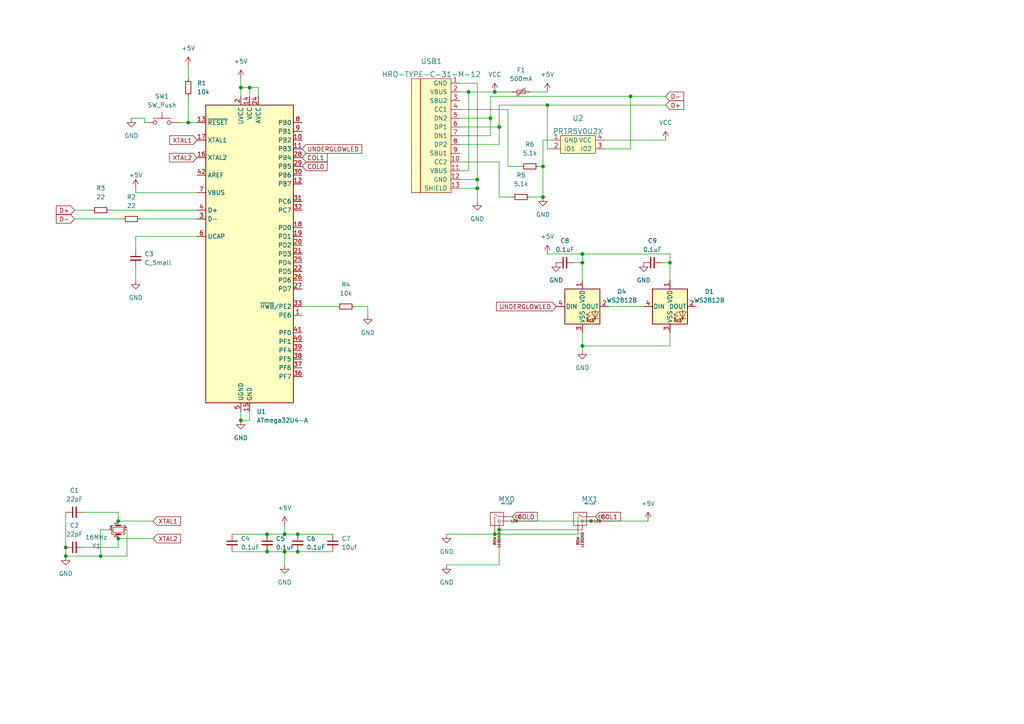
<source format=kicad_sch>
(kicad_sch (version 20211123) (generator eeschema)
  (paper "A4")
  (lib_symbols
    (symbol "Device:C_Small" (pin_numbers hide) (pin_names (offset 0.254) hide)
      (property "Reference" "C" (at 0.254 1.778 0))
      (property "Value" "C_Small" (at 0.254 -2.032 0))
      (symbol "C_Small_0_1"
        (polyline (pts (xy -1.524 -0.508) (xy 1.524 -0.508)) (stroke (width 0.3302)))
        (polyline (pts (xy -1.524 0.508) (xy 1.524 0.508)) (stroke (width 0.3048)))
      )
      (symbol "C_Small_1_1"
        (pin passive line (at 0 2.54 270) (length 2.032) (name "~") (number "1"))
        (pin passive line (at 0 -2.54 90) (length 2.032) (name "~") (number "2"))
      )
    )
    (symbol "Device:Crystal_GND24_Small" (pin_names (offset 1.016) hide)
      (property "Reference" "Y" (at 1.27 4.445 0))
      (property "Value" "Crystal_GND24_Small" (at 1.27 2.54 0))
      (symbol "Crystal_GND24_Small_0_1"
        (rectangle (start -0.762 -1.524) (end 0.762 1.524))
        (polyline (pts (xy -1.27 -0.762) (xy -1.27 0.762)) (stroke (width 0.381)))
        (polyline (pts (xy 1.27 -0.762) (xy 1.27 0.762)) (stroke (width 0.381)))
        (polyline (pts (xy -1.27 -1.27) (xy -1.27 -1.905) (xy 1.27 -1.905) (xy 1.27 -1.27)))
        (polyline (pts (xy -1.27 1.27) (xy -1.27 1.905) (xy 1.27 1.905) (xy 1.27 1.27)))
      )
      (symbol "Crystal_GND24_Small_1_1"
        (pin passive line (at -2.54 0 0) (length 1.27) (name "1") (number "1"))
        (pin passive line (at 0 -2.54 90) (length 0.635) (name "2") (number "2"))
        (pin passive line (at 2.54 0 180) (length 1.27) (name "3") (number "3"))
        (pin passive line (at 0 2.54 270) (length 0.635) (name "4") (number "4"))
      )
    )
    (symbol "Device:Polyfuse_Small" (pin_numbers hide) (pin_names (offset 0))
      (property "Reference" "F" (at -1.905 0 90))
      (property "Value" "Polyfuse_Small" (at 1.905 0 90))
      (symbol "Polyfuse_Small_0_1"
        (rectangle (start -0.508 1.27) (end 0.508 -1.27))
        (polyline (pts (xy 0 2.54) (xy 0 -2.54)))
        (polyline (pts (xy -1.016 1.27) (xy -1.016 0.762) (xy 1.016 -0.762) (xy 1.016 -1.27)))
      )
      (symbol "Polyfuse_Small_1_1"
        (pin passive line (at 0 2.54 270) (length 0.635) (name "~") (number "1"))
        (pin passive line (at 0 -2.54 90) (length 0.635) (name "~") (number "2"))
      )
    )
    (symbol "Device:R_Small" (pin_numbers hide) (pin_names (offset 0.254) hide)
      (property "Reference" "R" (at 0.762 0.508 0))
      (property "Value" "R_Small" (at 0.762 -1.016 0))
      (symbol "R_Small_0_1"
        (rectangle (start -0.762 1.778) (end 0.762 -1.778) (stroke (width 0.2032)))
      )
      (symbol "R_Small_1_1"
        (pin passive line (at 0 2.54 270) (length 0.762) (name "~") (number "1"))
        (pin passive line (at 0 -2.54 90) (length 0.762) (name "~") (number "2"))
      )
    )
    (symbol "LED:WS2812B" (pin_names (offset 0.254))
      (property "Reference" "D" (at 5.08 5.715 0))
      (property "Value" "WS2812B" (at 1.27 -5.715 0))
      (symbol "WS2812B_0_0"
        (text "RGB" (at 2.286 -4.191 0) (effects (font (size 0.762 0.762))))
      )
      (symbol "WS2812B_0_1"
        (polyline (pts (xy 1.27 -3.556) (xy 1.778 -3.556)))
        (polyline (pts (xy 1.27 -2.54) (xy 1.778 -2.54)))
        (polyline (pts (xy 4.699 -3.556) (xy 2.667 -3.556)))
        (polyline (pts (xy 2.286 -2.54) (xy 1.27 -3.556) (xy 1.27 -3.048)))
        (polyline (pts (xy 2.286 -1.524) (xy 1.27 -2.54) (xy 1.27 -2.032)))
        (polyline (pts (xy 3.683 -1.016) (xy 3.683 -3.556) (xy 3.683 -4.064)))
        (polyline (pts (xy 4.699 -1.524) (xy 2.667 -1.524) (xy 3.683 -3.556) (xy 4.699 -1.524)))
        (rectangle (start 5.08 5.08) (end -5.08 -5.08) (stroke (width 0.254)) (fill (type background)))
      )
      (symbol "WS2812B_1_1"
        (pin power_in line (at 0 7.62 270) (length 2.54) (name "VDD") (number "1"))
        (pin output line (at 7.62 0 180) (length 2.54) (name "DOUT") (number "2"))
        (pin power_in line (at 0 -7.62 90) (length 2.54) (name "VSS") (number "3"))
        (pin input line (at -7.62 0 0) (length 2.54) (name "DIN") (number "4"))
      )
    )
    (symbol "MCU_Microchip_ATmega:ATmega32U4-A"
      (property "Reference" "U" (at -12.7 44.45 0))
      (property "Value" "ATmega32U4-A" (at 2.54 -44.45 0))
      (symbol "ATmega32U4-A_0_1"
        (rectangle (start -12.7 -43.18) (end 12.7 43.18) (stroke (width 0.254)) (fill (type background)))
      )
      (symbol "ATmega32U4-A_1_1"
        (pin bidirectional line (at 15.24 -17.78 180) (length 2.54) (name "PE6") (number "1"))
        (pin bidirectional line (at 15.24 33.02 180) (length 2.54) (name "PB2") (number "10"))
        (pin bidirectional line (at 15.24 30.48 180) (length 2.54) (name "PB3") (number "11"))
        (pin bidirectional line (at 15.24 20.32 180) (length 2.54) (name "PB7") (number "12"))
        (pin input line (at -15.24 38.1 0) (length 2.54) (name "~{RESET}") (number "13"))
        (pin power_in line (at 0 45.72 270) (length 2.54) (name "VCC") (number "14"))
        (pin power_in line (at 0 -45.72 90) (length 2.54) (name "GND") (number "15"))
        (pin output line (at -15.24 27.94 0) (length 2.54) (name "XTAL2") (number "16"))
        (pin input line (at -15.24 33.02 0) (length 2.54) (name "XTAL1") (number "17"))
        (pin bidirectional line (at 15.24 7.62 180) (length 2.54) (name "PD0") (number "18"))
        (pin bidirectional line (at 15.24 5.08 180) (length 2.54) (name "PD1") (number "19"))
        (pin power_in line (at -2.54 45.72 270) (length 2.54) (name "UVCC") (number "2"))
        (pin bidirectional line (at 15.24 2.54 180) (length 2.54) (name "PD2") (number "20"))
        (pin bidirectional line (at 15.24 0 180) (length 2.54) (name "PD3") (number "21"))
        (pin bidirectional line (at 15.24 -5.08 180) (length 2.54) (name "PD5") (number "22"))
        (pin passive line (at 0 -45.72 90) (length 2.54) hide (name "GND") (number "23"))
        (pin power_in line (at 2.54 45.72 270) (length 2.54) (name "AVCC") (number "24"))
        (pin bidirectional line (at 15.24 -2.54 180) (length 2.54) (name "PD4") (number "25"))
        (pin bidirectional line (at 15.24 -7.62 180) (length 2.54) (name "PD6") (number "26"))
        (pin bidirectional line (at 15.24 -10.16 180) (length 2.54) (name "PD7") (number "27"))
        (pin bidirectional line (at 15.24 27.94 180) (length 2.54) (name "PB4") (number "28"))
        (pin bidirectional line (at 15.24 25.4 180) (length 2.54) (name "PB5") (number "29"))
        (pin bidirectional line (at -15.24 10.16 0) (length 2.54) (name "D-") (number "3"))
        (pin bidirectional line (at 15.24 22.86 180) (length 2.54) (name "PB6") (number "30"))
        (pin bidirectional line (at 15.24 15.24 180) (length 2.54) (name "PC6") (number "31"))
        (pin bidirectional line (at 15.24 12.7 180) (length 2.54) (name "PC7") (number "32"))
        (pin bidirectional line (at 15.24 -15.24 180) (length 2.54) (name "~{HWB}/PE2") (number "33"))
        (pin passive line (at 0 45.72 270) (length 2.54) hide (name "VCC") (number "34"))
        (pin passive line (at 0 -45.72 90) (length 2.54) hide (name "GND") (number "35"))
        (pin bidirectional line (at 15.24 -35.56 180) (length 2.54) (name "PF7") (number "36"))
        (pin bidirectional line (at 15.24 -33.02 180) (length 2.54) (name "PF6") (number "37"))
        (pin bidirectional line (at 15.24 -30.48 180) (length 2.54) (name "PF5") (number "38"))
        (pin bidirectional line (at 15.24 -27.94 180) (length 2.54) (name "PF4") (number "39"))
        (pin bidirectional line (at -15.24 12.7 0) (length 2.54) (name "D+") (number "4"))
        (pin bidirectional line (at 15.24 -25.4 180) (length 2.54) (name "PF1") (number "40"))
        (pin bidirectional line (at 15.24 -22.86 180) (length 2.54) (name "PF0") (number "41"))
        (pin passive line (at -15.24 22.86 0) (length 2.54) (name "AREF") (number "42"))
        (pin passive line (at 0 -45.72 90) (length 2.54) hide (name "GND") (number "43"))
        (pin passive line (at 2.54 45.72 270) (length 2.54) hide (name "AVCC") (number "44"))
        (pin passive line (at -2.54 -45.72 90) (length 2.54) (name "UGND") (number "5"))
        (pin passive line (at -15.24 5.08 0) (length 2.54) (name "UCAP") (number "6"))
        (pin input line (at -15.24 17.78 0) (length 2.54) (name "VBUS") (number "7"))
        (pin bidirectional line (at 15.24 38.1 180) (length 2.54) (name "PB0") (number "8"))
        (pin bidirectional line (at 15.24 35.56 180) (length 2.54) (name "PB1") (number "9"))
      )
    )
    (symbol "MX_Alps_Hybrid:MX-LED" (pin_names (offset 1.016))
      (property "Reference" "MX" (at -0.635 3.81 0))
      (property "Value" "MX-LED" (at -0.635 1.27 0))
      (symbol "MX-LED_0_0"
        (rectangle (start -2.54 2.54) (end 1.27 -1.27))
        (polyline (pts (xy -1.27 -1.27) (xy -1.27 1.27)) (stroke (width 0.127)))
        (polyline (pts (xy 0 -1.27) (xy 0 -0.635)) (stroke (width 0.127)))
        (polyline (pts (xy 1.27 0) (xy 0.635 0)) (stroke (width 0.127)))
        (polyline (pts (xy 1.27 1.27) (xy 0 1.27) (xy -1.27 1.905)) (stroke (width 0.127)))
        (circle (center 0 0) (radius 0.3556) (stroke (width 0.127)))
        (text "COL" (at 5.715 1.27 0) (effects (font (size 0.762 0.762))))
        (text "LED" (at 4.445 0 0) (effects (font (size 0.762 0.762))))
        (text "ROW" (at -1.27 -4.445 900) (effects (font (size 0.762 0.762)) (justify right)))
      )
      (symbol "MX-LED_1_0"
        (text "LEDGND" (at 0 -3.175 900) (effects (font (size 0.762 0.762)) (justify right)))
      )
      (symbol "MX-LED_1_1"
        (pin passive line (at 3.81 1.27 180) (length 2.54) (name "COL") (number "1"))
        (pin passive line (at -1.27 -3.81 90) (length 2.54) (name "ROW") (number "2"))
        (pin input line (at 2.54 0 180) (length 1.27) (name "LED") (number "3"))
        (pin passive line (at 0 -2.54 90) (length 1.27) (name "LEDGND") (number "4"))
      )
    )
    (symbol "Switch:SW_Push" (pin_numbers hide) (pin_names (offset 1.016) hide)
      (property "Reference" "SW" (at 1.27 2.54 0))
      (property "Value" "SW_Push" (at 0 -1.524 0))
      (symbol "SW_Push_0_1"
        (circle (center -2.032 0) (radius 0.508))
        (polyline (pts (xy 0 1.27) (xy 0 3.048)))
        (polyline (pts (xy 2.54 1.27) (xy -2.54 1.27)))
        (circle (center 2.032 0) (radius 0.508))
        (pin passive line (at -5.08 0 0) (length 2.54) (name "1") (number "1"))
        (pin passive line (at 5.08 0 180) (length 2.54) (name "2") (number "2"))
      )
    )
    (symbol "Type-C:HRO-TYPE-C-31-M-12" (pin_names (offset 1.016))
      (property "Reference" "USB" (at -5.08 16.51 0))
      (property "Value" "HRO-TYPE-C-31-M-12" (at -10.16 -1.27 90))
      (symbol "HRO-TYPE-C-31-M-12_0_1"
        (rectangle (start -11.43 15.24) (end -8.89 -17.78) (fill (type background)))
        (rectangle (start 0 -17.78) (end -8.89 15.24) (fill (type background)))
      )
      (symbol "HRO-TYPE-C-31-M-12_1_1"
        (pin input line (at 2.54 13.97 180) (length 2.54) (name "GND") (number "1"))
        (pin input line (at 2.54 -8.89 180) (length 2.54) (name "CC2") (number "10"))
        (pin input line (at 2.54 -11.43 180) (length 2.54) (name "VBUS") (number "11"))
        (pin input line (at 2.54 -13.97 180) (length 2.54) (name "GND") (number "12"))
        (pin input line (at 2.54 -16.51 180) (length 2.54) (name "SHIELD") (number "13"))
        (pin input line (at 2.54 11.43 180) (length 2.54) (name "VBUS") (number "2"))
        (pin input line (at 2.54 8.89 180) (length 2.54) (name "SBU2") (number "3"))
        (pin input line (at 2.54 6.35 180) (length 2.54) (name "CC1") (number "4"))
        (pin input line (at 2.54 3.81 180) (length 2.54) (name "DN2") (number "5"))
        (pin input line (at 2.54 1.27 180) (length 2.54) (name "DP1") (number "6"))
        (pin input line (at 2.54 -1.27 180) (length 2.54) (name "DN1") (number "7"))
        (pin input line (at 2.54 -3.81 180) (length 2.54) (name "DP2") (number "8"))
        (pin input line (at 2.54 -6.35 180) (length 2.54) (name "SBU1") (number "9"))
      )
    )
    (symbol "power:+5V" (power) (pin_names (offset 0))
      (property "Value" "+5V" (at 0 3.556 0))
      (symbol "+5V_0_1"
        (polyline (pts (xy -0.762 1.27) (xy 0 2.54)))
        (polyline (pts (xy 0 0) (xy 0 2.54)))
        (polyline (pts (xy 0 2.54) (xy 0.762 1.27)))
      )
      (symbol "+5V_1_1"
        (pin power_in line (at 0 0 90) (length 0) hide (name "+5V") (number "1"))
      )
    )
    (symbol "power:GND" (power) (pin_names (offset 0))
      (property "Value" "GND" (at 0 -3.81 0))
      (symbol "GND_0_1"
        (polyline (pts (xy 0 0) (xy 0 -1.27) (xy 1.27 -1.27) (xy 0 -2.54) (xy -1.27 -1.27) (xy 0 -1.27)))
      )
      (symbol "GND_1_1"
        (pin power_in line (at 0 0 270) (length 0) hide (name "GND") (number "1"))
      )
    )
    (symbol "power:VCC" (power) (pin_names (offset 0))
      (property "Value" "VCC" (at 0 3.81 0))
      (symbol "VCC_0_1"
        (polyline (pts (xy -0.762 1.27) (xy 0 2.54)))
        (polyline (pts (xy 0 0) (xy 0 2.54)))
        (polyline (pts (xy 0 2.54) (xy 0.762 1.27)))
      )
      (symbol "VCC_1_1"
        (pin power_in line (at 0 0 90) (length 0) hide (name "VCC") (number "1"))
      )
    )
    (symbol "random-keyboard-parts:PRTR5V0U2X" (pin_names (offset 1.016))
      (property "Reference" "U" (at 0 3.81 0))
      (property "Value" "PRTR5V0U2X" (at 0 -3.81 0))
      (symbol "PRTR5V0U2X_0_1"
        (rectangle (start -5.08 2.54) (end 5.08 -2.54) (fill (type background)))
      )
      (symbol "PRTR5V0U2X_1_1"
        (pin input line (at -7.62 1.27 0) (length 2.54) (name "GND") (number "1"))
        (pin input line (at -7.62 -1.27 0) (length 2.54) (name "IO1") (number "2"))
        (pin input line (at 7.62 -1.27 180) (length 2.54) (name "IO2") (number "3"))
        (pin input line (at 7.62 1.27 180) (length 2.54) (name "VCC") (number "4"))
      )
    )
  )
  (junction (at 54.61 35.56))
  (junction (at 171.45 151.13))
  (junction (at 29.21 161.29))
  (junction (at 86.36 154.94))
  (junction (at 143.51 26.67))
  (junction (at 194.31 76.2))
  (junction (at 69.85 25.4))
  (junction (at 138.43 54.61))
  (junction (at 182.88 27.94))
  (junction (at 157.48 57.15))
  (junction (at 144.78 36.83))
  (junction (at 168.91 76.2))
  (junction (at 34.29 156.21))
  (junction (at 69.85 121.92))
  (junction (at 77.47 154.94))
  (junction (at 72.39 25.4))
  (junction (at 86.36 160.02))
  (junction (at 143.51 154.94))
  (junction (at 168.91 73.66))
  (junction (at 34.29 151.13))
  (junction (at 82.55 160.02))
  (junction (at 19.05 158.75))
  (junction (at 144.78 153.67))
  (junction (at 82.55 154.94))
  (junction (at 168.91 100.33))
  (junction (at 77.47 160.02))
  (junction (at 157.48 48.26))
  (junction (at 142.24 34.29))
  (junction (at 138.43 52.07))
  (junction (at 135.89 26.67))
  (junction (at 158.75 30.48))
  (junction (at 19.05 161.29))
  (wire (pts (xy 72.39 119.38) (xy 72.39 121.92)))
  (wire (pts (xy 67.31 160.02) (xy 77.47 160.02)))
  (wire (pts (xy 138.43 52.07) (xy 138.43 54.61)))
  (wire (pts (xy 153.67 57.15) (xy 157.48 57.15)))
  (wire (pts (xy 144.78 153.67) (xy 144.78 163.83)))
  (wire (pts (xy 166.37 76.2) (xy 168.91 76.2)))
  (wire (pts (xy 34.29 158.75) (xy 34.29 156.21)))
  (wire (pts (xy 129.54 154.94) (xy 143.51 154.94)))
  (wire (pts (xy 82.55 160.02) (xy 82.55 163.83)))
  (wire (pts (xy 144.78 153.67) (xy 168.91 153.67)))
  (wire (pts (xy 52.07 35.56) (xy 54.61 35.56)))
  (wire (pts (xy 142.24 34.29) (xy 142.24 27.94)))
  (wire (pts (xy 39.37 68.58) (xy 39.37 72.39)))
  (wire (pts (xy 67.31 154.94) (xy 77.47 154.94)))
  (wire (pts (xy 106.68 88.9) (xy 106.68 91.44)))
  (wire (pts (xy 36.83 153.67) (xy 36.83 161.29)))
  (wire (pts (xy 34.29 151.13) (xy 44.45 151.13)))
  (wire (pts (xy 82.55 152.4) (xy 82.55 154.94)))
  (wire (pts (xy 175.26 40.64) (xy 193.04 40.64)))
  (wire (pts (xy 86.36 154.94) (xy 96.52 154.94)))
  (wire (pts (xy 69.85 25.4) (xy 69.85 22.86)))
  (wire (pts (xy 191.77 76.2) (xy 194.31 76.2)))
  (wire (pts (xy 157.48 48.26) (xy 157.48 40.64)))
  (wire (pts (xy 138.43 24.13) (xy 138.43 52.07)))
  (wire (pts (xy 176.53 88.9) (xy 186.69 88.9)))
  (wire (pts (xy 168.91 73.66) (xy 194.31 73.66)))
  (wire (pts (xy 147.32 48.26) (xy 151.13 48.26)))
  (wire (pts (xy 31.75 60.96) (xy 57.15 60.96)))
  (wire (pts (xy 82.55 154.94) (xy 86.36 154.94)))
  (wire (pts (xy 194.31 96.52) (xy 194.31 100.33)))
  (wire (pts (xy 31.75 153.67) (xy 29.21 153.67)))
  (wire (pts (xy 87.63 88.9) (xy 97.79 88.9)))
  (wire (pts (xy 156.21 48.26) (xy 157.48 48.26)))
  (wire (pts (xy 144.78 163.83) (xy 129.54 163.83)))
  (wire (pts (xy 135.89 26.67) (xy 143.51 26.67)))
  (wire (pts (xy 36.83 161.29) (xy 29.21 161.29)))
  (wire (pts (xy 142.24 39.37) (xy 133.35 39.37)))
  (wire (pts (xy 21.59 60.96) (xy 26.67 60.96)))
  (wire (pts (xy 158.75 73.66) (xy 168.91 73.66)))
  (wire (pts (xy 29.21 153.67) (xy 29.21 161.29)))
  (wire (pts (xy 24.13 148.59) (xy 34.29 148.59)))
  (wire (pts (xy 72.39 25.4) (xy 69.85 25.4)))
  (wire (pts (xy 194.31 76.2) (xy 194.31 73.66)))
  (wire (pts (xy 147.32 31.75) (xy 147.32 48.26)))
  (wire (pts (xy 54.61 27.94) (xy 54.61 35.56)))
  (wire (pts (xy 39.37 55.88) (xy 39.37 54.61)))
  (wire (pts (xy 157.48 40.64) (xy 160.02 40.64)))
  (wire (pts (xy 194.31 81.28) (xy 194.31 76.2)))
  (wire (pts (xy 19.05 148.59) (xy 19.05 158.75)))
  (wire (pts (xy 168.91 76.2) (xy 168.91 81.28)))
  (wire (pts (xy 19.05 158.75) (xy 19.05 161.29)))
  (wire (pts (xy 57.15 68.58) (xy 39.37 68.58)))
  (wire (pts (xy 57.15 55.88) (xy 39.37 55.88)))
  (wire (pts (xy 133.35 41.91) (xy 144.78 41.91)))
  (wire (pts (xy 144.78 57.15) (xy 148.59 57.15)))
  (wire (pts (xy 147.32 151.13) (xy 171.45 151.13)))
  (wire (pts (xy 41.91 34.29) (xy 41.91 35.56)))
  (wire (pts (xy 168.91 100.33) (xy 168.91 101.6)))
  (wire (pts (xy 57.15 63.5) (xy 40.64 63.5)))
  (wire (pts (xy 69.85 119.38) (xy 69.85 121.92)))
  (wire (pts (xy 133.35 31.75) (xy 147.32 31.75)))
  (wire (pts (xy 133.35 36.83) (xy 144.78 36.83)))
  (wire (pts (xy 135.89 49.53) (xy 135.89 26.67)))
  (wire (pts (xy 133.35 24.13) (xy 138.43 24.13)))
  (wire (pts (xy 77.47 160.02) (xy 82.55 160.02)))
  (wire (pts (xy 133.35 54.61) (xy 138.43 54.61)))
  (wire (pts (xy 74.93 25.4) (xy 72.39 25.4)))
  (wire (pts (xy 54.61 35.56) (xy 57.15 35.56)))
  (wire (pts (xy 182.88 43.18) (xy 175.26 43.18)))
  (wire (pts (xy 182.88 27.94) (xy 193.04 27.94)))
  (wire (pts (xy 142.24 34.29) (xy 142.24 39.37)))
  (wire (pts (xy 54.61 19.05) (xy 54.61 22.86)))
  (wire (pts (xy 133.35 49.53) (xy 135.89 49.53)))
  (wire (pts (xy 69.85 25.4) (xy 69.85 27.94)))
  (wire (pts (xy 153.67 26.67) (xy 158.75 26.67)))
  (wire (pts (xy 102.87 88.9) (xy 106.68 88.9)))
  (wire (pts (xy 77.47 154.94) (xy 82.55 154.94)))
  (wire (pts (xy 158.75 43.18) (xy 160.02 43.18)))
  (wire (pts (xy 86.36 160.02) (xy 96.52 160.02)))
  (wire (pts (xy 24.13 158.75) (xy 34.29 158.75)))
  (wire (pts (xy 143.51 154.94) (xy 167.64 154.94)))
  (wire (pts (xy 158.75 30.48) (xy 193.04 30.48)))
  (wire (pts (xy 39.37 77.47) (xy 39.37 81.28)))
  (wire (pts (xy 157.48 48.26) (xy 157.48 57.15)))
  (wire (pts (xy 182.88 27.94) (xy 182.88 43.18)))
  (wire (pts (xy 82.55 160.02) (xy 86.36 160.02)))
  (wire (pts (xy 138.43 54.61) (xy 138.43 58.42)))
  (wire (pts (xy 144.78 30.48) (xy 158.75 30.48)))
  (wire (pts (xy 34.29 156.21) (xy 44.45 156.21)))
  (wire (pts (xy 133.35 26.67) (xy 135.89 26.67)))
  (wire (pts (xy 34.29 148.59) (xy 34.29 151.13)))
  (wire (pts (xy 21.59 63.5) (xy 35.56 63.5)))
  (wire (pts (xy 19.05 161.29) (xy 29.21 161.29)))
  (wire (pts (xy 168.91 73.66) (xy 168.91 76.2)))
  (wire (pts (xy 144.78 36.83) (xy 144.78 30.48)))
  (wire (pts (xy 41.91 34.29) (xy 38.1 34.29)))
  (wire (pts (xy 158.75 30.48) (xy 158.75 43.18)))
  (wire (pts (xy 171.45 151.13) (xy 187.96 151.13)))
  (wire (pts (xy 133.35 34.29) (xy 142.24 34.29)))
  (wire (pts (xy 142.24 27.94) (xy 182.88 27.94)))
  (wire (pts (xy 144.78 46.99) (xy 144.78 57.15)))
  (wire (pts (xy 133.35 46.99) (xy 144.78 46.99)))
  (wire (pts (xy 144.78 41.91) (xy 144.78 36.83)))
  (wire (pts (xy 143.51 26.67) (xy 148.59 26.67)))
  (wire (pts (xy 72.39 27.94) (xy 72.39 25.4)))
  (wire (pts (xy 194.31 100.33) (xy 168.91 100.33)))
  (wire (pts (xy 133.35 52.07) (xy 138.43 52.07)))
  (wire (pts (xy 168.91 96.52) (xy 168.91 100.33)))
  (wire (pts (xy 72.39 121.92) (xy 69.85 121.92)))
  (wire (pts (xy 74.93 27.94) (xy 74.93 25.4)))
  (global_label "COL0" (shape input) (at 87.63 48.26 0) (property "Intersheet References" "${INTERSHEET_REFS}" (effects hide)))
  (global_label "UNDERGLOWLED" (shape input) (at 161.29 88.9 180) (property "Intersheet References" "${INTERSHEET_REFS}" (effects hide)))
  (global_label "D+" (shape input) (at 21.59 60.96 180) (property "Intersheet References" "${INTERSHEET_REFS}" (effects hide)))
  (global_label "COL0" (shape input) (at 148.59 149.86 0) (property "Intersheet References" "${INTERSHEET_REFS}" (effects hide)))
  (global_label "XTAL2" (shape input) (at 57.15 45.72 180) (property "Intersheet References" "${INTERSHEET_REFS}" (effects hide)))
  (global_label "UNDERGLOWLED" (shape input) (at 87.63 43.18 0) (property "Intersheet References" "${INTERSHEET_REFS}" (effects hide)))
  (global_label "COL1" (shape input) (at 87.63 45.72 0) (property "Intersheet References" "${INTERSHEET_REFS}" (effects hide)))
  (global_label "D-" (shape input) (at 193.04 27.94 0) (property "Intersheet References" "${INTERSHEET_REFS}" (effects hide)))
  (global_label "COL1" (shape input) (at 172.72 149.86 0) (property "Intersheet References" "${INTERSHEET_REFS}" (effects hide)))
  (global_label "D-" (shape input) (at 21.59 63.5 180) (property "Intersheet References" "${INTERSHEET_REFS}" (effects hide)))
  (global_label "XTAL1" (shape input) (at 44.45 151.13 0) (property "Intersheet References" "${INTERSHEET_REFS}" (effects hide)))
  (global_label "D+" (shape input) (at 193.04 30.48 0) (property "Intersheet References" "${INTERSHEET_REFS}" (effects hide)))
  (global_label "XTAL2" (shape input) (at 44.45 156.21 0) (property "Intersheet References" "${INTERSHEET_REFS}" (effects hide)))
  (global_label "XTAL1" (shape input) (at 57.15 40.64 180) (property "Intersheet References" "${INTERSHEET_REFS}" (effects hide)))
  (symbol (lib_id "power:GND") (at 39.37 81.28 0) (unit 1)
    (property "Reference" "#PWR0107" (effects hide))
    (property "Value" "GND" (at 39.37 86.36 0))
  )
  (symbol (lib_id "Device:C_Small") (at 21.59 148.59 90) (unit 1)
    (property "Reference" "C1" (at 21.5963 142.24 90))
    (property "Value" "22pF" (at 21.5963 144.78 90))
    (property "Footprint" "Capacitor_SMD:C_0805_2012Metric" (effects hide))
  )
  (symbol (lib_id "Device:R_Small") (at 151.13 57.15 90) (unit 1)
    (property "Reference" "R5" (at 151.13 50.8 90))
    (property "Value" "5.1k" (at 151.13 53.34 90))
    (property "Footprint" "Resistor_SMD:R_0805_2012Metric" (effects hide))
  )
  (symbol (lib_id "MX_Alps_Hybrid:MX-LED") (at 144.78 151.13 0) (unit 1)
    (property "Reference" "MX0" (at 146.9356 144.78 0) (effects (font (size 1.524 1.524))))
    (property "Value" "MX-LED" (at 146.9356 146.05 0) (effects (font (size 0.508 0.508))))
    (property "Footprint" "MX_Alps_Hybrid:MX-1U" (effects hide))
  )
  (symbol (lib_id "power:GND") (at 186.69 76.2 0) (unit 1)
    (property "Reference" "#PWR0121" (effects hide))
    (property "Value" "GND" (at 186.69 81.28 0))
  )
  (symbol (lib_id "power:+5V") (at 69.85 22.86 0) (unit 1)
    (property "Reference" "#PWR0104" (effects hide))
    (property "Value" "+5V" (at 69.85 17.78 0))
  )
  (symbol (lib_id "Device:C_Small") (at 39.37 74.93 0) (unit 1)
    (property "Reference" "C3" (at 41.91 73.6662 0) (effects (justify left)))
    (property "Value" "C_Small" (at 41.91 76.2062 0) (effects (justify left)))
    (property "Footprint" "Capacitor_SMD:C_0805_2012Metric" (effects hide))
  )
  (symbol (lib_id "Device:R_Small") (at 29.21 60.96 90) (unit 1)
    (property "Reference" "R3" (at 29.21 54.61 90))
    (property "Value" "22" (at 29.21 57.15 90))
    (property "Footprint" "Resistor_SMD:R_0805_2012Metric" (effects hide))
  )
  (symbol (lib_id "power:GND") (at 161.29 76.2 0) (unit 1)
    (property "Reference" "#PWR0122" (effects hide))
    (property "Value" "GND" (at 161.29 81.28 0))
  )
  (symbol (lib_id "power:+5V") (at 39.37 54.61 0) (unit 1)
    (property "Reference" "#PWR0103" (effects hide))
    (property "Value" "+5V" (at 39.37 50.8 0))
  )
  (symbol (lib_id "power:GND") (at 157.48 57.15 0) (unit 1)
    (property "Reference" "#PWR0111" (effects hide))
    (property "Value" "GND" (at 157.48 62.23 0))
  )
  (symbol (lib_id "MCU_Microchip_ATmega:ATmega32U4-A") (at 72.39 73.66 0) (unit 1)
    (property "Reference" "U1" (at 74.4094 119.38 0) (effects (justify left)))
    (property "Value" "ATmega32U4-A" (at 74.4094 121.92 0) (effects (justify left)))
    (property "Footprint" "Package_QFP:TQFP-44_10x10mm_P0.8mm" (effects hide))
    (property "Datasheet" "http://ww1.microchip.com/downloads/en/DeviceDoc/Atmel-7766-8-bit-AVR-ATmega16U4-32U4_Datasheet.pdf" (effects hide))
  )
  (symbol (lib_id "Type-C:HRO-TYPE-C-31-M-12") (at 130.81 38.1 0) (unit 1)
    (property "Reference" "USB1" (at 125.095 17.78 0) (effects (font (size 1.524 1.524))))
    (property "Value" "HRO-TYPE-C-31-M-12" (at 125.095 21.59 0) (effects (font (size 1.524 1.524))))
    (property "Footprint" "Type-C:HRO-TYPE-C-31-M-12" (effects hide))
  )
  (symbol (lib_id "Device:C_Small") (at 86.36 157.48 0) (unit 1)
    (property "Reference" "C6" (at 88.9 156.2162 0) (effects (justify left)))
    (property "Value" "0.1uF" (at 88.9 158.7562 0) (effects (justify left)))
    (property "Footprint" "Capacitor_SMD:C_0805_2012Metric" (effects hide))
  )
  (symbol (lib_id "power:+5V") (at 158.75 26.67 0) (unit 1)
    (property "Reference" "#PWR0110" (effects hide))
    (property "Value" "+5V" (at 158.75 21.59 0))
  )
  (symbol (lib_id "power:GND") (at 168.91 101.6 0) (unit 1)
    (property "Reference" "#PWR0120" (effects hide))
    (property "Value" "GND" (at 168.91 106.68 0))
  )
  (symbol (lib_id "power:+5V") (at 187.96 151.13 0) (unit 1)
    (property "Reference" "#PWR0116" (effects hide))
    (property "Value" "+5V" (at 187.96 146.05 0))
  )
  (symbol (lib_id "Device:C_Small") (at 21.59 158.75 90) (unit 1)
    (property "Reference" "C2" (at 21.59 152.4 90))
    (property "Value" "22pF" (at 21.59 154.94 90))
    (property "Footprint" "Capacitor_SMD:C_0805_2012Metric" (effects hide))
  )
  (symbol (lib_id "power:GND") (at 129.54 163.83 0) (unit 1)
    (property "Reference" "#PWR0118" (effects hide))
    (property "Value" "GND" (at 129.54 168.91 0))
  )
  (symbol (lib_id "power:+5V") (at 158.75 73.66 0) (unit 1)
    (property "Reference" "#PWR0119" (effects hide))
    (property "Value" "+5V" (at 158.75 68.58 0))
  )
  (symbol (lib_id "random-keyboard-parts:PRTR5V0U2X") (at 167.64 41.91 0) (unit 1)
    (property "Reference" "U2" (at 167.64 34.29 0) (effects (font (size 1.524 1.524))))
    (property "Value" "PRTR5V0U2X" (at 167.64 38.1 0) (effects (font (size 1.524 1.524))))
    (property "Footprint" "random-keyboard-parts:SOT143B" (effects hide))
  )
  (symbol (lib_id "Switch:SW_Push") (at 46.99 35.56 0) (unit 1)
    (property "Reference" "SW1" (at 46.99 27.94 0))
    (property "Value" "SW_Push" (at 46.99 30.48 0))
    (property "Footprint" "random-keyboard-parts:SKQG-1155865" (effects hide))
  )
  (symbol (lib_id "Device:R_Small") (at 153.67 48.26 90) (unit 1)
    (property "Reference" "R6" (at 153.67 41.91 90))
    (property "Value" "5.1k" (at 153.67 44.45 90))
    (property "Footprint" "Resistor_SMD:R_0805_2012Metric" (effects hide))
  )
  (symbol (lib_id "power:VCC") (at 143.51 26.67 0) (unit 1)
    (property "Reference" "#PWR0109" (effects hide))
    (property "Value" "VCC" (at 143.51 21.59 0))
  )
  (symbol (lib_id "MX_Alps_Hybrid:MX-LED") (at 168.91 151.13 0) (unit 1)
    (property "Reference" "MX1" (at 171.0656 144.78 0) (effects (font (size 1.524 1.524))))
    (property "Value" "MX-LED" (at 171.0656 146.05 0) (effects (font (size 0.508 0.508))))
    (property "Footprint" "MX_Alps_Hybrid:MX-1U" (effects hide))
  )
  (symbol (lib_id "power:VCC") (at 193.04 40.64 0) (unit 1)
    (property "Reference" "#PWR0113" (effects hide))
    (property "Value" "VCC" (at 193.04 35.56 0))
  )
  (symbol (lib_id "power:+5V") (at 54.61 19.05 0) (unit 1)
    (property "Reference" "#PWR0105" (effects hide))
    (property "Value" "+5V" (at 54.61 13.97 0))
  )
  (symbol (lib_id "power:GND") (at 106.68 91.44 0) (unit 1)
    (property "Reference" "#PWR0108" (effects hide))
    (property "Value" "GND" (at 106.68 96.52 0))
  )
  (symbol (lib_id "LED:WS2812B") (at 168.91 88.9 0) (unit 1)
    (property "Reference" "D4" (at 180.34 84.5693 0))
    (property "Value" "WS2812B" (at 180.34 87.1093 0))
    (property "Footprint" "LED_SMD:LED_WS2812B_PLCC4_5.0x5.0mm_P3.2mm" (effects hide))
    (property "Datasheet" "https://cdn-shop.adafruit.com/datasheets/WS2812B.pdf" (effects hide))
  )
  (symbol (lib_id "Device:C_Small") (at 163.83 76.2 90) (unit 1)
    (property "Reference" "C8" (at 163.8363 69.85 90))
    (property "Value" "0.1uF" (at 163.8363 72.39 90))
    (property "Footprint" "Capacitor_SMD:C_0805_2012Metric" (effects hide))
  )
  (symbol (lib_id "power:+5V") (at 82.55 152.4 0) (unit 1)
    (property "Reference" "#PWR0114" (effects hide))
    (property "Value" "+5V" (at 82.55 147.32 0))
  )
  (symbol (lib_id "Device:C_Small") (at 77.47 157.48 0) (unit 1)
    (property "Reference" "C5" (at 80.01 156.2162 0) (effects (justify left)))
    (property "Value" "0.1uF" (at 80.01 158.7562 0) (effects (justify left)))
    (property "Footprint" "Capacitor_SMD:C_0805_2012Metric" (effects hide))
  )
  (symbol (lib_id "Device:R_Small") (at 100.33 88.9 90) (unit 1)
    (property "Reference" "R4" (at 100.33 82.55 90))
    (property "Value" "10k" (at 100.33 85.09 90))
    (property "Footprint" "Resistor_SMD:R_0805_2012Metric" (effects hide))
  )
  (symbol (lib_id "Device:R_Small") (at 54.61 25.4 0) (unit 1)
    (property "Reference" "R1" (at 57.15 24.1299 0) (effects (justify left)))
    (property "Value" "10k" (at 57.15 26.6699 0) (effects (justify left)))
    (property "Footprint" "Resistor_SMD:R_0805_2012Metric" (effects hide))
  )
  (symbol (lib_id "Device:Polyfuse_Small") (at 151.13 26.67 270) (unit 1)
    (property "Reference" "F1" (at 151.13 20.32 90))
    (property "Value" "500mA" (at 151.13 22.86 90))
    (property "Footprint" "Fuse:Fuse_1206_3216Metric" (effects hide))
  )
  (symbol (lib_id "power:GND") (at 138.43 58.42 0) (unit 1)
    (property "Reference" "#PWR0112" (effects hide))
    (property "Value" "GND" (at 138.43 63.5 0))
  )
  (symbol (lib_id "LED:WS2812B") (at 194.31 88.9 0) (unit 1)
    (property "Reference" "D1" (at 205.74 84.5693 0))
    (property "Value" "WS2812B" (at 205.74 87.1093 0))
    (property "Footprint" "LED_SMD:LED_WS2812B_PLCC4_5.0x5.0mm_P3.2mm" (effects hide))
    (property "Datasheet" "https://cdn-shop.adafruit.com/datasheets/WS2812B.pdf" (effects hide))
  )
  (symbol (lib_id "power:GND") (at 82.55 163.83 0) (unit 1)
    (property "Reference" "#PWR0115" (effects hide))
    (property "Value" "GND" (at 82.55 168.91 0))
  )
  (symbol (lib_id "Device:R_Small") (at 38.1 63.5 90) (unit 1)
    (property "Reference" "R2" (at 38.1 57.15 90))
    (property "Value" "22" (at 38.1 59.69 90))
    (property "Footprint" "Resistor_SMD:R_0805_2012Metric" (effects hide))
  )
  (symbol (lib_id "Device:C_Small") (at 96.52 157.48 0) (unit 1)
    (property "Reference" "C7" (at 99.06 156.2162 0) (effects (justify left)))
    (property "Value" "10uf" (at 99.06 158.7562 0) (effects (justify left)))
    (property "Footprint" "Capacitor_SMD:C_0805_2012Metric" (effects hide))
  )
  (symbol (lib_id "power:GND") (at 69.85 121.92 0) (unit 1)
    (property "Reference" "#PWR0102" (effects hide))
    (property "Value" "GND" (at 69.85 127 0))
  )
  (symbol (lib_id "power:GND") (at 19.05 161.29 0) (unit 1)
    (property "Reference" "#PWR0101" (effects hide))
    (property "Value" "GND" (at 19.05 166.37 0))
  )
  (symbol (lib_id "power:GND") (at 38.1 34.29 0) (unit 1)
    (property "Reference" "#PWR0106" (effects hide))
    (property "Value" "GND" (at 38.1 39.37 0))
  )
  (symbol (lib_id "power:GND") (at 129.54 154.94 0) (unit 1)
    (property "Reference" "#PWR0117" (effects hide))
    (property "Value" "GND" (at 129.54 160.02 0))
  )
  (symbol (lib_id "Device:C_Small") (at 67.31 157.48 0) (unit 1)
    (property "Reference" "C4" (at 69.85 156.2162 0) (effects (justify left)))
    (property "Value" "0.1uF" (at 69.85 158.7562 0) (effects (justify left)))
    (property "Footprint" "Capacitor_SMD:C_0805_2012Metric" (effects hide))
  )
  (symbol (lib_id "Device:Crystal_GND24_Small") (at 34.29 153.67 270) (unit 1)
    (property "Reference" "Y1" (at 27.94 158.369 90))
    (property "Value" "16MHz" (at 27.94 155.829 90))
    (property "Footprint" "Crystal:Crystal_SMD_3225-4Pin_3.2x2.5mm" (effects hide))
  )
  (symbol (lib_id "Device:C_Small") (at 189.23 76.2 90) (unit 1)
    (property "Reference" "C9" (at 189.2363 69.85 90))
    (property "Value" "0.1uF" (at 189.2363 72.39 90))
    (property "Footprint" "Capacitor_SMD:C_0805_2012Metric" (effects hide))
  )
)
</source>
